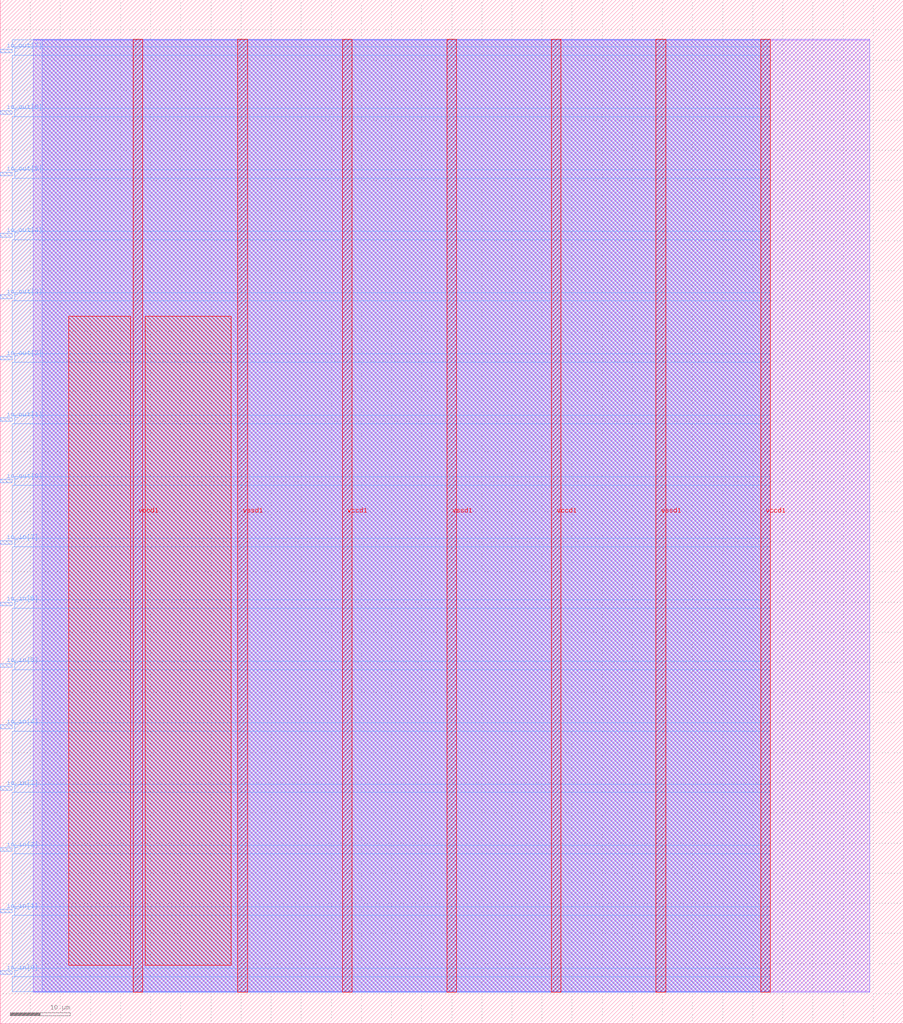
<source format=lef>
VERSION 5.7 ;
  NOWIREEXTENSIONATPIN ON ;
  DIVIDERCHAR "/" ;
  BUSBITCHARS "[]" ;
MACRO asic_multiplier_wrapper
  CLASS BLOCK ;
  FOREIGN asic_multiplier_wrapper ;
  ORIGIN 0.000 0.000 ;
  SIZE 150.000 BY 170.000 ;
  PIN io_in[0]
    DIRECTION INPUT ;
    USE SIGNAL ;
    PORT
      LAYER met3 ;
        RECT 0.000 8.200 2.000 8.800 ;
    END
  END io_in[0]
  PIN io_in[1]
    DIRECTION INPUT ;
    USE SIGNAL ;
    PORT
      LAYER met3 ;
        RECT 0.000 18.400 2.000 19.000 ;
    END
  END io_in[1]
  PIN io_in[2]
    DIRECTION INPUT ;
    USE SIGNAL ;
    PORT
      LAYER met3 ;
        RECT 0.000 28.600 2.000 29.200 ;
    END
  END io_in[2]
  PIN io_in[3]
    DIRECTION INPUT ;
    USE SIGNAL ;
    PORT
      LAYER met3 ;
        RECT 0.000 38.800 2.000 39.400 ;
    END
  END io_in[3]
  PIN io_in[4]
    DIRECTION INPUT ;
    USE SIGNAL ;
    PORT
      LAYER met3 ;
        RECT 0.000 49.000 2.000 49.600 ;
    END
  END io_in[4]
  PIN io_in[5]
    DIRECTION INPUT ;
    USE SIGNAL ;
    PORT
      LAYER met3 ;
        RECT 0.000 59.200 2.000 59.800 ;
    END
  END io_in[5]
  PIN io_in[6]
    DIRECTION INPUT ;
    USE SIGNAL ;
    PORT
      LAYER met3 ;
        RECT 0.000 69.400 2.000 70.000 ;
    END
  END io_in[6]
  PIN io_in[7]
    DIRECTION INPUT ;
    USE SIGNAL ;
    PORT
      LAYER met3 ;
        RECT 0.000 79.600 2.000 80.200 ;
    END
  END io_in[7]
  PIN io_out[0]
    DIRECTION OUTPUT TRISTATE ;
    USE SIGNAL ;
    PORT
      LAYER met3 ;
        RECT 0.000 89.800 2.000 90.400 ;
    END
  END io_out[0]
  PIN io_out[1]
    DIRECTION OUTPUT TRISTATE ;
    USE SIGNAL ;
    PORT
      LAYER met3 ;
        RECT 0.000 100.000 2.000 100.600 ;
    END
  END io_out[1]
  PIN io_out[2]
    DIRECTION OUTPUT TRISTATE ;
    USE SIGNAL ;
    PORT
      LAYER met3 ;
        RECT 0.000 110.200 2.000 110.800 ;
    END
  END io_out[2]
  PIN io_out[3]
    DIRECTION OUTPUT TRISTATE ;
    USE SIGNAL ;
    PORT
      LAYER met3 ;
        RECT 0.000 120.400 2.000 121.000 ;
    END
  END io_out[3]
  PIN io_out[4]
    DIRECTION OUTPUT TRISTATE ;
    USE SIGNAL ;
    PORT
      LAYER met3 ;
        RECT 0.000 130.600 2.000 131.200 ;
    END
  END io_out[4]
  PIN io_out[5]
    DIRECTION OUTPUT TRISTATE ;
    USE SIGNAL ;
    PORT
      LAYER met3 ;
        RECT 0.000 140.800 2.000 141.400 ;
    END
  END io_out[5]
  PIN io_out[6]
    DIRECTION OUTPUT TRISTATE ;
    USE SIGNAL ;
    PORT
      LAYER met3 ;
        RECT 0.000 151.000 2.000 151.600 ;
    END
  END io_out[6]
  PIN io_out[7]
    DIRECTION OUTPUT TRISTATE ;
    USE SIGNAL ;
    PORT
      LAYER met3 ;
        RECT 0.000 161.200 2.000 161.800 ;
    END
  END io_out[7]
  PIN vccd1
    DIRECTION INOUT ;
    USE POWER ;
    PORT
      LAYER met4 ;
        RECT 22.090 5.200 23.690 163.440 ;
    END
    PORT
      LAYER met4 ;
        RECT 56.830 5.200 58.430 163.440 ;
    END
    PORT
      LAYER met4 ;
        RECT 91.570 5.200 93.170 163.440 ;
    END
    PORT
      LAYER met4 ;
        RECT 126.310 5.200 127.910 163.440 ;
    END
  END vccd1
  PIN vssd1
    DIRECTION INOUT ;
    USE GROUND ;
    PORT
      LAYER met4 ;
        RECT 39.460 5.200 41.060 163.440 ;
    END
    PORT
      LAYER met4 ;
        RECT 74.200 5.200 75.800 163.440 ;
    END
    PORT
      LAYER met4 ;
        RECT 108.940 5.200 110.540 163.440 ;
    END
  END vssd1
  OBS
      LAYER li1 ;
        RECT 5.520 5.355 144.440 163.285 ;
      LAYER met1 ;
        RECT 5.520 5.200 144.440 163.440 ;
      LAYER met2 ;
        RECT 6.990 5.255 127.880 163.385 ;
      LAYER met3 ;
        RECT 2.000 162.200 127.900 163.365 ;
        RECT 2.400 160.800 127.900 162.200 ;
        RECT 2.000 152.000 127.900 160.800 ;
        RECT 2.400 150.600 127.900 152.000 ;
        RECT 2.000 141.800 127.900 150.600 ;
        RECT 2.400 140.400 127.900 141.800 ;
        RECT 2.000 131.600 127.900 140.400 ;
        RECT 2.400 130.200 127.900 131.600 ;
        RECT 2.000 121.400 127.900 130.200 ;
        RECT 2.400 120.000 127.900 121.400 ;
        RECT 2.000 111.200 127.900 120.000 ;
        RECT 2.400 109.800 127.900 111.200 ;
        RECT 2.000 101.000 127.900 109.800 ;
        RECT 2.400 99.600 127.900 101.000 ;
        RECT 2.000 90.800 127.900 99.600 ;
        RECT 2.400 89.400 127.900 90.800 ;
        RECT 2.000 80.600 127.900 89.400 ;
        RECT 2.400 79.200 127.900 80.600 ;
        RECT 2.000 70.400 127.900 79.200 ;
        RECT 2.400 69.000 127.900 70.400 ;
        RECT 2.000 60.200 127.900 69.000 ;
        RECT 2.400 58.800 127.900 60.200 ;
        RECT 2.000 50.000 127.900 58.800 ;
        RECT 2.400 48.600 127.900 50.000 ;
        RECT 2.000 39.800 127.900 48.600 ;
        RECT 2.400 38.400 127.900 39.800 ;
        RECT 2.000 29.600 127.900 38.400 ;
        RECT 2.400 28.200 127.900 29.600 ;
        RECT 2.000 19.400 127.900 28.200 ;
        RECT 2.400 18.000 127.900 19.400 ;
        RECT 2.000 9.200 127.900 18.000 ;
        RECT 2.400 7.800 127.900 9.200 ;
        RECT 2.000 5.275 127.900 7.800 ;
      LAYER met4 ;
        RECT 11.335 9.695 21.690 117.465 ;
        RECT 24.090 9.695 38.345 117.465 ;
  END
END asic_multiplier_wrapper
END LIBRARY


</source>
